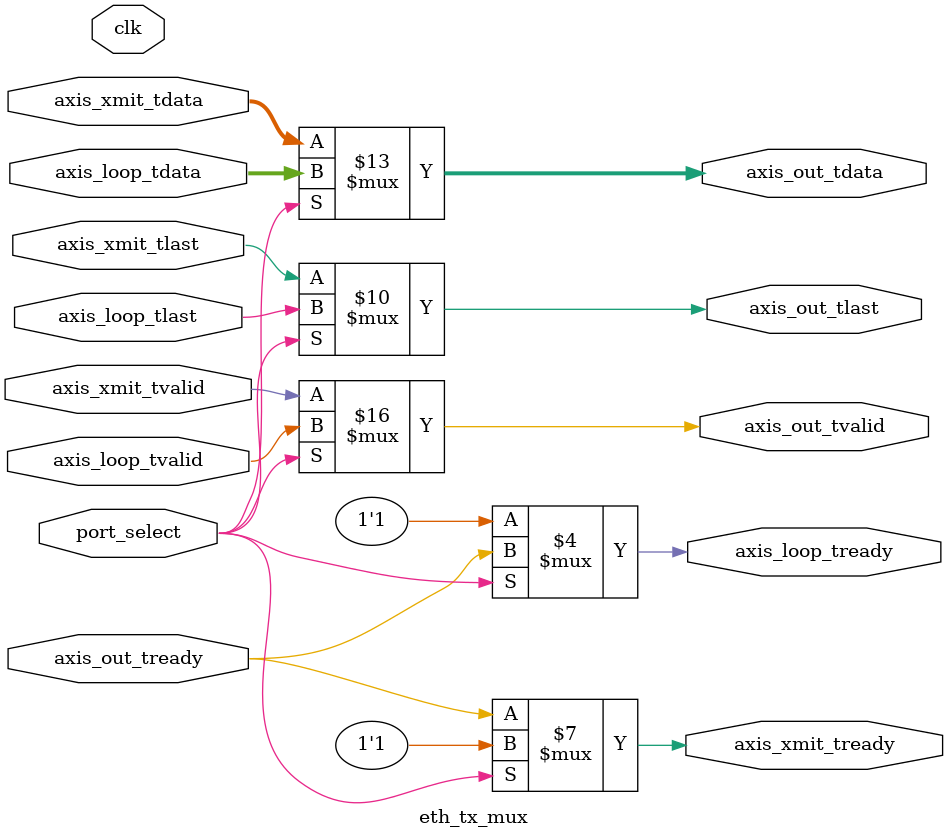
<source format=v>

/*
    Multiplexes two AXI stream inputs into a single output
*/

module eth_tx_mux # (parameter DW=512)
(
    
    // This doesn't do anything and is here to keep Vivado happy
    input clk,

    // 0 selects "axis_xmit" input, 1 selects "axis_loop" input
    input port_select,

    input[DW-1:0]      axis_loop_tdata,
    input              axis_loop_tlast,
    input              axis_loop_tvalid,
    output reg         axis_loop_tready,

    input[DW-1:0]      axis_xmit_tdata,
    input              axis_xmit_tlast,
    input              axis_xmit_tvalid,
    output reg         axis_xmit_tready,

    output reg[DW-1:0] axis_out_tdata,
    output reg         axis_out_tlast,
    output reg         axis_out_tvalid,
    input              axis_out_tready
);

// This mux ensures that only one of the input streams is ever connected
// to the output stream at any given time.   When data arrives from the
// non-selected input, it will be ignored.
always @* begin

    // Pass "axis_xmit" to "axis_out"
    if (port_select == 0) begin
        axis_out_tvalid  = axis_xmit_tvalid;
        axis_out_tdata   = axis_xmit_tdata;
        axis_out_tlast   = axis_xmit_tlast;
        axis_xmit_tready = axis_out_tready;
        axis_loop_tready = 1; 
    end

    // Pass "axis_loop" to "axis_out"
    else begin
        axis_out_tvalid  = axis_loop_tvalid;
        axis_out_tdata   = axis_loop_tdata;
        axis_out_tlast   = axis_loop_tlast;
        axis_loop_tready = axis_out_tready;
        axis_xmit_tready = 1; 
    end
   
end



endmodule


</source>
